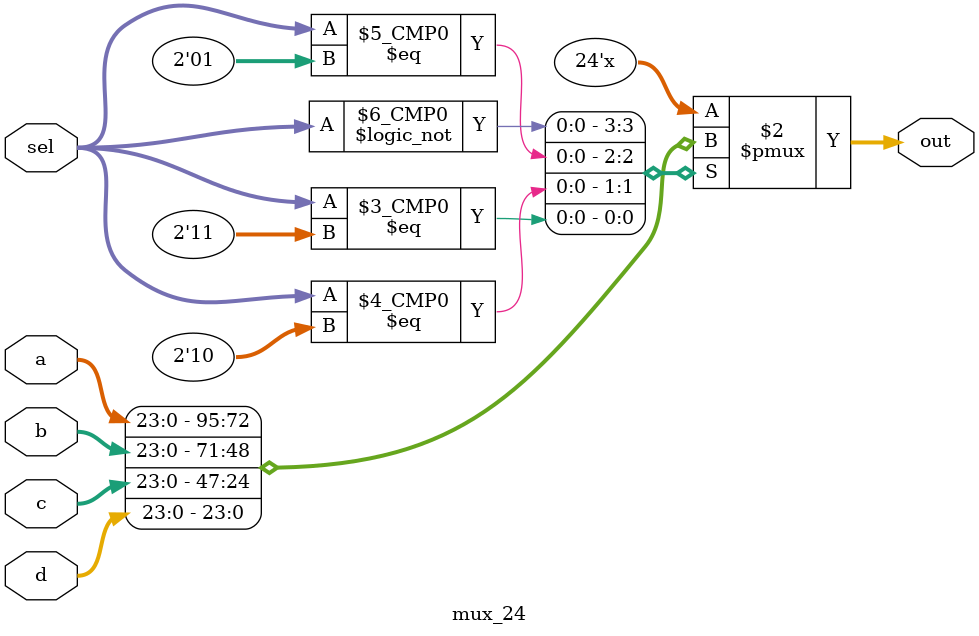
<source format=sv>
module mux_24 (input [23:0] a, b, c, d,
					input [1:0] sel,
					output logic [23:0] out);
always_comb
begin
	case(sel)
	0 : out = a;
	1 : out = b;
	2 : out = c;
	3 : out = d;
	endcase
end
				
endmodule 
</source>
